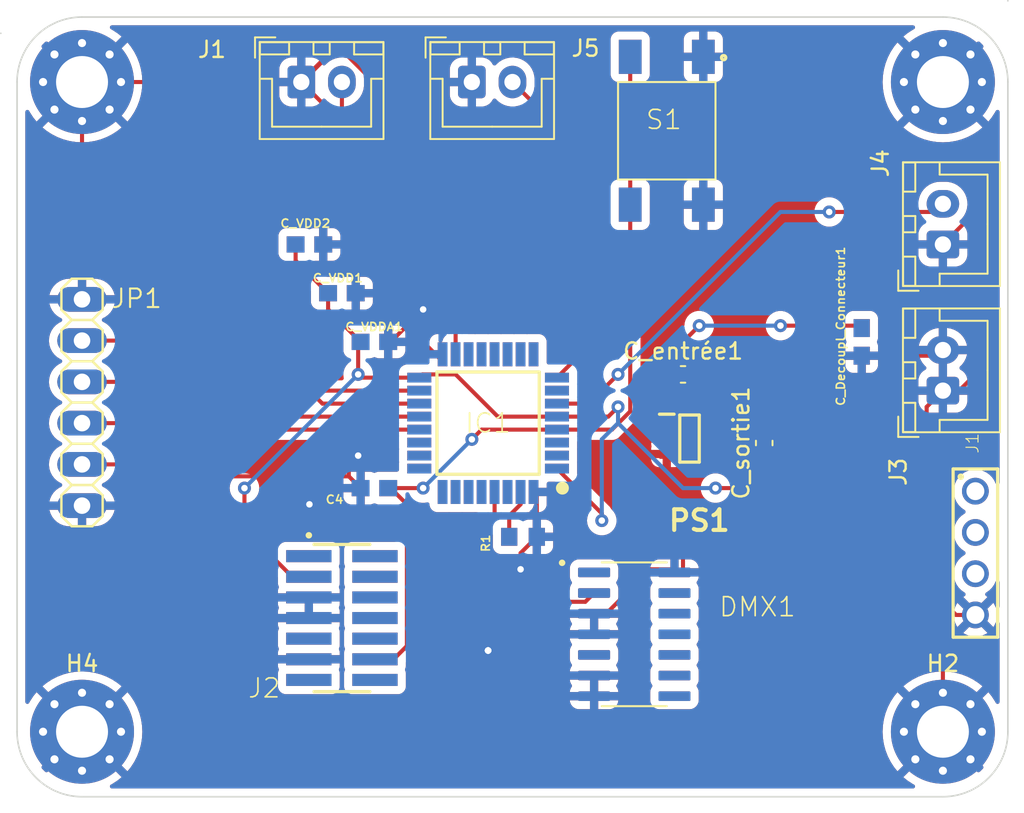
<source format=kicad_pcb>
(kicad_pcb (version 20211014) (generator pcbnew)
  (title_block (title "PCB PRINCIPALE_Projecteur Leds") (date "13/12") (company "ENSEA"))
  (layers (0 "F.Cu" signal) (31 "B.Cu" signal) (34 "B.Paste" user) (35 "F.Paste" user) (36 "B.SilkS" user "B.Silkscreen") (37 "F.SilkS" user "F.Silkscreen") (38 "B.Mask" user) (39 "F.Mask" user) (44 "Edge.Cuts" user))
  (net 0 "")
  (net 1 "GND")
  (net 2 "NRST")
  (net 5 "+3.3V")
  (net 6 "ADC_Température_ventilo")
  (net 15 "Net-(IC1-Pad31)")
  (net 16 "VCP_UART_RX")
  (net 17 "VCP_UART_TX")
  (net 18 "PWM_Leds_W")
  (net 19 "PWM_Leds_B")
  (net 20 "PWM_Leds_G")
  (net 21 "PWM_Leds_R")
  (net 22 "PWM_Ventilateur")
  (net 29 "UART_RS485_DMX")
  (net 34 "5V_RegLin_RSDMX")
  (net 37 "SWDIO")
  (net 38 "SWCLK")
  (net 42 "UART_Driver_moteur")
  (net 43 "Net-(C_Decoupl_Connecteur1-Pad2)")
  (footprint "Capacitor_SMD:C_0603_1608Metric" (layer "F.Cu") (at 187.85 96.225 90)
    (fp_text reference "C_sortie1" (at 0 -1.43 90) (layer "F.SilkS"))
    (fp_text value "1uF")
    (pad "1" smd roundrect (at -0.775 0 90) (size 0.9 0.95) (layers "F.Cu" "F.Paste" "F.Mask") (net 5 "+3.3V"))
    (pad "2" smd roundrect (at 0.775 0 90) (size 0.9 0.95) (layers "F.Cu" "F.Paste" "F.Mask") (net 34 "5V_RegLin_RSDMX"))
  )
  (footprint "stm32l021:C0603" (layer "F.Cu") (at 159.85 84)
    (fp_text reference "C_VDD2" (at -1.85 -1) (layer "F.SilkS") (effects (font (size 0.5 0.55) (thickness 0.1016)) (justify left bottom)))
    (fp_text value "100nF")
    (pad "1" smd rect (at -0.85 0) (size 1.1 1) (layers *.Cu *.Mask) (net 5 "+3.3V"))
    (pad "2" smd rect (at 0.85 0) (size 1.1 1) (layers *.Cu *.Mask) (net 34 "5V_RegLin_RSDMX"))
  )
  (footprint "stm32l021:QFP80P900X900X160-32N" (layer "F.Cu") (at 170.85 95 180)
    (fp_text reference "IC1" (at 0 0) (layer "F.SilkS") (effects (font (size 1.1684 1.1684) (thickness 0.1016))))
    (fp_text value "STM32L412KBT6" hide)
    (pad "1" smd rect (at -4.238 -2.8 180) (size 1.475 0.6) (layers *.Cu *.Mask) (net 5 "+3.3V"))
    (pad "2" smd rect (at -4.238 -2 180) (size 1.475 0.6) (layers *.Cu *.Mask))
    (pad "3" smd rect (at -4.238 -1.2 180) (size 1.475 0.6) (layers *.Cu *.Mask))
    (pad "4" smd rect (at -4.238 -0.4 180) (size 1.475 0.6) (layers *.Cu *.Mask) (net 2 "NRST"))
    (pad "5" smd rect (at -4.238 0.4 180) (size 1.475 0.6) (layers *.Cu *.Mask) (net 5 "+3.3V"))
    (pad "6" smd rect (at -4.238 1.2 180) (size 1.475 0.6) (layers *.Cu *.Mask) (net 22 "PWM_Ventilateur"))
    (pad "7" smd rect (at -4.238 2 180) (size 1.475 0.6) (layers *.Cu *.Mask))
    (pad "8" smd rect (at -4.238 2.8 180) (size 1.475 0.6) (layers *.Cu *.Mask) (net 42 "UART_Driver_moteur"))
    (pad "9" smd rect (at -2.8 4.238 270) (size 1.475 0.6) (layers *.Cu *.Mask))
    (pad "10" smd rect (at -2 4.238 270) (size 1.475 0.6) (layers *.Cu *.Mask))
    (pad "11" smd rect (at -1.2 4.238 270) (size 1.475 0.6) (layers *.Cu *.Mask))
    (pad "12" smd rect (at -0.4 4.238 270) (size 1.475 0.6) (layers *.Cu *.Mask))
    (pad "13" smd rect (at 0.4 4.238 270) (size 1.475 0.6) (layers *.Cu *.Mask))
    (pad "14" smd rect (at 1.2 4.238 270) (size 1.475 0.6) (layers *.Cu *.Mask))
    (pad "15" smd rect (at 2 4.238 270) (size 1.475 0.6) (layers *.Cu *.Mask) (net 6 "ADC_Température_ventilo"))
    (pad "16" smd rect (at 2.8 4.238 270) (size 1.475 0.6) (layers *.Cu *.Mask) (net 34 "5V_RegLin_RSDMX"))
    (pad "17" smd rect (at 4.238 2.8 180) (size 1.475 0.6) (layers *.Cu *.Mask) (net 5 "+3.3V"))
    (pad "18" smd rect (at 4.238 2 180) (size 1.475 0.6) (layers *.Cu *.Mask) (net 18 "PWM_Leds_W"))
    (pad "19" smd rect (at 4.238 1.2 180) (size 1.475 0.6) (layers *.Cu *.Mask) (net 19 "PWM_Leds_B"))
    (pad "20" smd rect (at 4.238 0.4 180) (size 1.475 0.6) (layers *.Cu *.Mask) (net 20 "PWM_Leds_G"))
    (pad "21" smd rect (at 4.238 -0.4 180) (size 1.475 0.6) (layers *.Cu *.Mask) (net 21 "PWM_Leds_R"))
    (pad "22" smd rect (at 4.238 -1.2 180) (size 1.475 0.6) (layers *.Cu *.Mask))
    (pad "23" smd rect (at 4.238 -2 180) (size 1.475 0.6) (layers *.Cu *.Mask))
    (pad "24" smd rect (at 4.238 -2.8 180) (size 1.475 0.6) (layers *.Cu *.Mask))
    (pad "25" smd rect (at 2.8 -4.238 270) (size 1.475 0.6) (layers *.Cu *.Mask))
    (pad "26" smd rect (at 2 -4.238 270) (size 1.475 0.6) (layers *.Cu *.Mask))
    (pad "27" smd rect (at 1.2 -4.238 270) (size 1.475 0.6) (layers *.Cu *.Mask))
    (pad "28" smd rect (at 0.4 -4.238 270) (size 1.475 0.6) (layers *.Cu *.Mask))
    (pad "29" smd rect (at -0.4 -4.238 270) (size 1.475 0.6) (layers *.Cu *.Mask) (net 29 "UART_RS485_DMX"))
    (pad "30" smd rect (at -1.2 -4.238 270) (size 1.475 0.6) (layers *.Cu *.Mask))
    (pad "31" smd rect (at -2 -4.238 270) (size 1.475 0.6) (layers *.Cu *.Mask) (net 15 "Net-(IC1-Pad31)"))
    (pad "32" smd rect (at -2.8 -4.238 270) (size 1.475 0.6) (layers *.Cu *.Mask) (net 34 "5V_RegLin_RSDMX"))
  )
  (footprint "stm32l021:SW_2-1437565-7" (layer "F.Cu") (at 181.85 77 -90)
    (fp_text reference "S1" (at 0 -1 180) (layer "F.SilkS") (effects (font (size 1.169947 1.169947) (thickness 0.101734)) (justify right bottom)))
    (fp_text value "2-1437565-7")
    (pad "1" smd rect (at -4.55 -2.25) (size 1.4 2.1) (layers *.Cu *.Mask) (net 34 "5V_RegLin_RSDMX"))
    (pad "2" smd rect (at 4.55 -2.25) (size 1.4 2.1) (layers *.Cu *.Mask) (net 34 "5V_RegLin_RSDMX"))
    (pad "3" smd rect (at -4.55 2.25) (size 1.4 2.1) (layers *.Cu *.Mask) (net 2 "NRST"))
    (pad "4" smd rect (at 4.55 2.25) (size 1.4 2.1) (layers *.Cu *.Mask) (net 2 "NRST"))
  )
  (footprint "MountingHole:MountingHole_3.2mm_M3_Pad_Via" (layer "F.Cu") (at 198.85 114)
    (fp_text reference "H2" (at 0 -4.2) (layer "F.SilkS"))
    (fp_text value "MountingHole_Pad" hide)
    (pad "1" thru_hole circle (at 0 -2.4) (size 0.8 0.8) (drill 0.5) (layers *.Cu *.Mask) (net 34 "5V_RegLin_RSDMX"))
    (pad "1" thru_hole circle (at 0 2.4) (size 0.8 0.8) (drill 0.5) (layers *.Cu *.Mask) (net 34 "5V_RegLin_RSDMX"))
    (pad "1" thru_hole circle (at -1.697056 -1.697056) (size 0.8 0.8) (drill 0.5) (layers *.Cu *.Mask) (net 34 "5V_RegLin_RSDMX"))
    (pad "1" thru_hole circle (at 1.697056 1.697056) (size 0.8 0.8) (drill 0.5) (layers *.Cu *.Mask) (net 34 "5V_RegLin_RSDMX"))
    (pad "1" thru_hole circle (at -1.697056 1.697056) (size 0.8 0.8) (drill 0.5) (layers *.Cu *.Mask) (net 34 "5V_RegLin_RSDMX"))
    (pad "1" thru_hole circle (at -2.4 0) (size 0.8 0.8) (drill 0.5) (layers *.Cu *.Mask) (net 34 "5V_RegLin_RSDMX"))
    (pad "1" thru_hole circle (at 1.697056 -1.697056) (size 0.8 0.8) (drill 0.5) (layers *.Cu *.Mask) (net 34 "5V_RegLin_RSDMX"))
    (pad "1" thru_hole circle (at 2.4 0) (size 0.8 0.8) (drill 0.5) (layers *.Cu *.Mask) (net 34 "5V_RegLin_RSDMX"))
    (pad "1" thru_hole circle (at 0 0) (size 6.4 6.4) (drill 3.2) (layers *.Cu *.Mask) (net 34 "5V_RegLin_RSDMX"))
  )
  (footprint "stm32l021:SAMTEC_FTSH-107-01-L-DV" (layer "F.Cu") (at 161.85 107 -90)
    (fp_text reference "J2" (at 5 5.85) (layer "F.SilkS") (effects (font (size 1.1684 1.1684) (thickness 0.1016)) (justify left bottom)))
    (fp_text value "FTSH-107-01-L-DV")
    (pad "01" smd rect (at -3.81 2.035 270) (size 0.74 2.79) (layers *.Cu *.Mask))
    (pad "02" smd rect (at -3.81 -2.035 270) (size 0.74 2.79) (layers *.Cu *.Mask))
    (pad "03" smd rect (at -2.54 2.035 270) (size 0.74 2.79) (layers *.Cu *.Mask) (net 5 "+3.3V"))
    (pad "04" smd rect (at -2.54 -2.035 270) (size 0.74 2.79) (layers *.Cu *.Mask) (net 37 "SWDIO"))
    (pad "05" smd rect (at -1.27 2.035 270) (size 0.74 2.79) (layers *.Cu *.Mask) (net 34 "5V_RegLin_RSDMX"))
    (pad "06" smd rect (at -1.27 -2.035 270) (size 0.74 2.79) (layers *.Cu *.Mask) (net 38 "SWCLK"))
    (pad "07" smd rect (at 0 2.035 270) (size 0.74 2.79) (layers *.Cu *.Mask) (net 34 "5V_RegLin_RSDMX"))
    (pad "08" smd rect (at 0 -2.035 270) (size 0.74 2.79) (layers *.Cu *.Mask))
    (pad "09" smd rect (at 1.27 2.035 270) (size 0.74 2.79) (layers *.Cu *.Mask))
    (pad "10" smd rect (at 1.27 -2.035 270) (size 0.74 2.79) (layers *.Cu *.Mask))
    (pad "11" smd rect (at 2.54 2.035 270) (size 0.74 2.79) (layers *.Cu *.Mask) (net 34 "5V_RegLin_RSDMX"))
    (pad "12" smd rect (at 2.54 -2.035 270) (size 0.74 2.79) (layers *.Cu *.Mask) (net 2 "NRST"))
    (pad "13" smd rect (at 3.81 2.035 270) (size 0.74 2.79) (layers *.Cu *.Mask) (net 16 "VCP_UART_RX"))
    (pad "14" smd rect (at 3.81 -2.035 270) (size 0.74 2.79) (layers *.Cu *.Mask) (net 17 "VCP_UART_TX"))
  )
  (footprint "Capacitor_SMD:C_0603_1608Metric" (layer "F.Cu") (at 182.85 92)
    (fp_text reference "C_entrée1" (at 0 -1.43) (layer "F.SilkS"))
    (fp_text value "1uF")
    (pad "1" smd roundrect (at -0.775 0) (size 0.9 0.95) (layers "F.Cu" "F.Paste" "F.Mask") (net 43 "Net-(C_Decoupl_Connecteur1-Pad2)"))
    (pad "2" smd roundrect (at 0.775 0) (size 0.9 0.95) (layers "F.Cu" "F.Paste" "F.Mask") (net 34 "5V_RegLin_RSDMX"))
  )
  (footprint "MountingHole:MountingHole_3.2mm_M3_Pad_Via" (layer "F.Cu") (at 145.85 114)
    (fp_text reference "H4" (at 0 -4.2) (layer "F.SilkS"))
    (fp_text value "MountingHole_Pad" hide)
    (pad "1" thru_hole circle (at -2.4 0) (size 0.8 0.8) (drill 0.5) (layers *.Cu *.Mask) (net 34 "5V_RegLin_RSDMX"))
    (pad "1" thru_hole circle (at 0 -2.4) (size 0.8 0.8) (drill 0.5) (layers *.Cu *.Mask) (net 34 "5V_RegLin_RSDMX"))
    (pad "1" thru_hole circle (at 1.697056 1.697056) (size 0.8 0.8) (drill 0.5) (layers *.Cu *.Mask) (net 34 "5V_RegLin_RSDMX"))
    (pad "1" thru_hole circle (at 2.4 0) (size 0.8 0.8) (drill 0.5) (layers *.Cu *.Mask) (net 34 "5V_RegLin_RSDMX"))
    (pad "1" thru_hole circle (at 0 2.4) (size 0.8 0.8) (drill 0.5) (layers *.Cu *.Mask) (net 34 "5V_RegLin_RSDMX"))
    (pad "1" thru_hole circle (at 0 0) (size 6.4 6.4) (drill 3.2) (layers *.Cu *.Mask) (net 34 "5V_RegLin_RSDMX"))
    (pad "1" thru_hole circle (at -1.697056 -1.697056) (size 0.8 0.8) (drill 0.5) (layers *.Cu *.Mask) (net 34 "5V_RegLin_RSDMX"))
    (pad "1" thru_hole circle (at -1.697056 1.697056) (size 0.8 0.8) (drill 0.5) (layers *.Cu *.Mask) (net 34 "5V_RegLin_RSDMX"))
    (pad "1" thru_hole circle (at 1.697056 -1.697056) (size 0.8 0.8) (drill 0.5) (layers *.Cu *.Mask) (net 34 "5V_RegLin_RSDMX"))
  )
  (footprint "stm32l021:1X06" (layer "F.Cu") (at 145.85 93.73 -90)
    (fp_text reference "JP1" (at -5.73 -5 180) (layer "F.SilkS") (effects (font (size 1.143 1.143) (thickness 0.127)) (justify right bottom)))
    (fp_text value "PINHD-1X6")
    (pad "1" thru_hole oval (at -6.35 0) (size 3.048 1.524) (drill 1.016) (layers *.Cu *.Mask) (net 34 "5V_RegLin_RSDMX"))
    (pad "2" thru_hole oval (at -3.81 0) (size 3.048 1.524) (drill 1.016) (layers *.Cu *.Mask) (net 18 "PWM_Leds_W"))
    (pad "3" thru_hole oval (at -1.27 0) (size 3.048 1.524) (drill 1.016) (layers *.Cu *.Mask) (net 19 "PWM_Leds_B"))
    (pad "4" thru_hole oval (at 1.27 0) (size 3.048 1.524) (drill 1.016) (layers *.Cu *.Mask) (net 20 "PWM_Leds_G"))
    (pad "5" thru_hole oval (at 3.81 0) (size 3.048 1.524) (drill 1.016) (layers *.Cu *.Mask) (net 21 "PWM_Leds_R"))
    (pad "6" thru_hole oval (at 6.35 0) (size 3.048 1.524) (drill 1.016) (layers *.Cu *.Mask) (net 34 "5V_RegLin_RSDMX"))
  )
  (footprint "Connector_JST:JST_XH_B2B-XH-A_1x02_P2.50mm_Vertical" (layer "F.Cu") (at 198.85 93 90)
    (fp_text reference "J3" (at -5 -2.75 90) (layer "F.SilkS"))
    (fp_text value "Conn_01x02")
    (pad "1" thru_hole roundrect (at 0 0 90) (size 1.7 2) (drill 1) (layers *.Cu *.Mask) (roundrect_rratio 0.147059) (net 34 "5V_RegLin_RSDMX"))
    (pad "2" thru_hole oval (at 2.5 0 90) (size 1.7 2) (drill 1) (layers *.Cu *.Mask) (net 34 "5V_RegLin_RSDMX"))
  )
  (footprint "Connector_JST:JST_XH_B2B-XH-A_1x02_P2.50mm_Vertical" (layer "F.Cu") (at 159.35 74)
    (fp_text reference "J1" (at -5.5 -2) (layer "F.SilkS"))
    (fp_text value "Conn_01x02")
    (pad "1" thru_hole roundrect (at 0 0) (size 1.7 2) (drill 1) (layers *.Cu *.Mask) (roundrect_rratio 0.147059) (net 34 "5V_RegLin_RSDMX"))
    (pad "2" thru_hole oval (at 2.5 0) (size 1.7 2) (drill 1) (layers *.Cu *.Mask) (net 6 "ADC_Température_ventilo"))
  )
  (footprint "stm32l021:R0603" (layer "F.Cu") (at 173 102)
    (fp_text reference "R1" (at -2 1 90) (layer "F.SilkS") (effects (font (size 0.5 0.55) (thickness 0.1016)) (justify left bottom)))
    (fp_text value "100k")
    (pad "1" smd rect (at -0.85 0) (size 1 1.1) (layers *.Cu *.Mask) (net 15 "Net-(IC1-Pad31)"))
    (pad "2" smd rect (at 0.85 0) (size 1 1.1) (layers *.Cu *.Mask) (net 34 "5V_RegLin_RSDMX"))
  )
  (footprint "stm32l021:61300411121" (layer "F.Cu") (at 200.85 103 -90)
    (fp_text reference "J1" (at -6.0776 -0.2561 -270) (layer "F.SilkS") (effects (font (size 0.747776 0.747776) (thickness 0.065024)) (justify left bottom)))
    (fp_text value " 61300411121 ")
    (pad "1" thru_hole circle (at -3.81 0 270) (size 1.65 1.65) (drill 1.1) (layers *.Cu *.Mask) (net 1 "GND"))
    (pad "2" thru_hole circle (at -1.27 0 270) (size 1.65 1.65) (drill 1.1) (layers *.Cu *.Mask))
    (pad "3" thru_hole circle (at 1.27 0 270) (size 1.65 1.65) (drill 1.1) (layers *.Cu *.Mask))
    (pad "4" thru_hole circle (at 3.81 0 270) (size 1.65 1.65) (drill 1.1) (layers *.Cu *.Mask) (net 34 "5V_RegLin_RSDMX"))
  )
  (footprint "stm32l021:SOIC127P600X175-14N" (layer "F.Cu") (at 179.85 108)
    (fp_text reference "DMX1" (at 5.15 -1) (layer "F.SilkS") (effects (font (size 1.1684 1.1684) (thickness 0.1016)) (justify left bottom)))
    (fp_text value "SOIC127P600X175-14N")
    (pad "1" smd roundrect (at -2.475 -3.81) (size 1.97 0.59) (layers *.Cu *.Mask) (roundrect_rratio 0.125))
    (pad "2" smd roundrect (at -2.475 -2.54) (size 1.97 0.59) (layers *.Cu *.Mask) (roundrect_rratio 0.125) (net 29 "UART_RS485_DMX"))
    (pad "3" smd roundrect (at -2.475 -1.27) (size 1.97 0.59) (layers *.Cu *.Mask) (roundrect_rratio 0.125) (net 34 "5V_RegLin_RSDMX"))
    (pad "4" smd roundrect (at -2.475 0) (size 1.97 0.59) (layers *.Cu *.Mask) (roundrect_rratio 0.125) (net 34 "5V_RegLin_RSDMX"))
    (pad "5" smd roundrect (at -2.475 1.27) (size 1.97 0.59) (layers *.Cu *.Mask) (roundrect_rratio 0.125))
    (pad "6" smd roundrect (at -2.475 2.54) (size 1.97 0.59) (layers *.Cu *.Mask) (roundrect_rratio 0.125) (net 34 "5V_RegLin_RSDMX"))
    (pad "7" smd roundrect (at -2.475 3.81) (size 1.97 0.59) (layers *.Cu *.Mask) (roundrect_rratio 0.125) (net 34 "5V_RegLin_RSDMX"))
    (pad "8" smd roundrect (at 2.475 3.81) (size 1.97 0.59) (layers *.Cu *.Mask) (roundrect_rratio 0.125))
    (pad "9" smd roundrect (at 2.475 2.54) (size 1.97 0.59) (layers *.Cu *.Mask) (roundrect_rratio 0.125))
    (pad "10" smd roundrect (at 2.475 1.27) (size 1.97 0.59) (layers *.Cu *.Mask) (roundrect_rratio 0.125))
    (pad "11" smd roundrect (at 2.475 0) (size 1.97 0.59) (layers *.Cu *.Mask) (roundrect_rratio 0.125))
    (pad "12" smd roundrect (at 2.475 -1.27) (size 1.97 0.59) (layers *.Cu *.Mask) (roundrect_rratio 0.125))
    (pad "13" smd roundrect (at 2.475 -2.54) (size 1.97 0.59) (layers *.Cu *.Mask) (roundrect_rratio 0.125))
    (pad "14" smd roundrect (at 2.475 -3.81) (size 1.97 0.59) (layers *.Cu *.Mask) (roundrect_rratio 0.125) (net 34 "5V_RegLin_RSDMX"))
  )
  (footprint "stm32l021:C0603" (layer "F.Cu") (at 193.85 90 90)
    (fp_text reference "C_Decoupl_Connecteur1" (at -4 -1 90) (layer "F.SilkS") (effects (font (size 0.5 0.55) (thickness 0.1016)) (justify left bottom)))
    (fp_text value "100uF")
    (pad "1" smd rect (at -0.85 0 90) (size 1.1 1) (layers *.Cu *.Mask) (net 34 "5V_RegLin_RSDMX"))
    (pad "2" smd rect (at 0.85 0 90) (size 1.1 1) (layers *.Cu *.Mask) (net 43 "Net-(C_Decoupl_Connecteur1-Pad2)"))
  )
  (footprint "MountingHole:MountingHole_3.2mm_M3_Pad_Via" (layer "F.Cu") (at 198.85 74)
    (fp_text reference "H1" (at 0 0) (layer "F.SilkS"))
    (fp_text value "MountingHole_Pad" hide)
    (pad "1" thru_hole circle (at 2.4 0) (size 0.8 0.8) (drill 0.5) (layers *.Cu *.Mask) (net 34 "5V_RegLin_RSDMX"))
    (pad "1" thru_hole circle (at 0 -2.4) (size 0.8 0.8) (drill 0.5) (layers *.Cu *.Mask) (net 34 "5V_RegLin_RSDMX"))
    (pad "1" thru_hole circle (at -1.697056 1.697056) (size 0.8 0.8) (drill 0.5) (layers *.Cu *.Mask) (net 34 "5V_RegLin_RSDMX"))
    (pad "1" thru_hole circle (at 1.697056 -1.697056) (size 0.8 0.8) (drill 0.5) (layers *.Cu *.Mask) (net 34 "5V_RegLin_RSDMX"))
    (pad "1" thru_hole circle (at 0 2.4) (size 0.8 0.8) (drill 0.5) (layers *.Cu *.Mask) (net 34 "5V_RegLin_RSDMX"))
    (pad "1" thru_hole circle (at -2.4 0) (size 0.8 0.8) (drill 0.5) (layers *.Cu *.Mask) (net 34 "5V_RegLin_RSDMX"))
    (pad "1" thru_hole circle (at -1.697056 -1.697056) (size 0.8 0.8) (drill 0.5) (layers *.Cu *.Mask) (net 34 "5V_RegLin_RSDMX"))
    (pad "1" thru_hole circle (at 0 0) (size 6.4 6.4) (drill 3.2) (layers *.Cu *.Mask) (net 34 "5V_RegLin_RSDMX"))
    (pad "1" thru_hole circle (at 1.697056 1.697056) (size 0.8 0.8) (drill 0.5) (layers *.Cu *.Mask) (net 34 "5V_RegLin_RSDMX"))
  )
  (footprint "stm32l021:C0603" (layer "F.Cu") (at 163.85 90)
    (fp_text reference "C_VDDA1" (at -1.85 -0.635) (layer "F.SilkS") (effects (font (size 0.5 0.55) (thickness 0.1016)) (justify left bottom)))
    (fp_text value "100nF")
    (pad "1" smd rect (at -0.85 0) (size 1.1 1) (layers *.Cu *.Mask) (net 5 "+3.3V"))
    (pad "2" smd rect (at 0.85 0) (size 1.1 1) (layers *.Cu *.Mask) (net 34 "5V_RegLin_RSDMX"))
  )
  (footprint "Connector_JST:JST_XH_B2B-XH-A_1x02_P2.50mm_Vertical" (layer "F.Cu") (at 169.85 74)
    (fp_text reference "J5" (at 7 -2.075) (layer "F.SilkS"))
    (fp_text value "Conn_01x02")
    (pad "1" thru_hole roundrect (at 0 0) (size 1.7 2) (drill 1) (layers *.Cu *.Mask) (roundrect_rratio 0.147059) (net 34 "5V_RegLin_RSDMX"))
    (pad "2" thru_hole oval (at 2.5 0) (size 1.7 2) (drill 1) (layers *.Cu *.Mask) (net 42 "UART_Driver_moteur"))
  )
  (footprint "stm32l021:C0603" (layer "F.Cu") (at 163.85 99 180)
    (fp_text reference "C4" (at 1.85 -1) (layer "F.SilkS") (effects (font (size 0.5 0.55) (thickness 0.1016)) (justify right bottom)))
    (fp_text value "0.1uF")
    (pad "1" smd rect (at -0.85 0 180) (size 1.1 1) (layers *.Cu *.Mask) (net 2 "NRST"))
    (pad "2" smd rect (at 0.85 0 180) (size 1.1 1) (layers *.Cu *.Mask) (net 34 "5V_RegLin_RSDMX"))
  )
  (footprint "Connector_JST:JST_XH_B2B-XH-A_1x02_P2.50mm_Vertical" (layer "F.Cu") (at 198.85 84 90)
    (fp_text reference "J4" (at 5 -3.85 90) (layer "F.SilkS"))
    (fp_text value "Conn_01x02")
    (pad "1" thru_hole roundrect (at 0 0 90) (size 1.7 2) (drill 1) (layers *.Cu *.Mask) (roundrect_rratio 0.147059) (net 34 "5V_RegLin_RSDMX"))
    (pad "2" thru_hole oval (at 2.5 0 90) (size 1.7 2) (drill 1) (layers *.Cu *.Mask) (net 22 "PWM_Ventilateur"))
  )
  (footprint "MountingHole:MountingHole_3.2mm_M3_Pad_Via" (layer "F.Cu") (at 145.85 74)
    (fp_text reference "H3" (at 0 0) (layer "F.SilkS"))
    (fp_text value "MountingHole_Pad" hide)
    (pad "1" thru_hole circle (at 1.697056 -1.697056) (size 0.8 0.8) (drill 0.5) (layers *.Cu *.Mask) (net 34 "5V_RegLin_RSDMX"))
    (pad "1" thru_hole circle (at 1.697056 1.697056) (size 0.8 0.8) (drill 0.5) (layers *.Cu *.Mask) (net 34 "5V_RegLin_RSDMX"))
    (pad "1" thru_hole circle (at 0 -2.4) (size 0.8 0.8) (drill 0.5) (layers *.Cu *.Mask) (net 34 "5V_RegLin_RSDMX"))
    (pad "1" thru_hole circle (at 0 2.4) (size 0.8 0.8) (drill 0.5) (layers *.Cu *.Mask) (net 34 "5V_RegLin_RSDMX"))
    (pad "1" thru_hole circle (at 0 0) (size 6.4 6.4) (drill 3.2) (layers *.Cu *.Mask) (net 34 "5V_RegLin_RSDMX"))
    (pad "1" thru_hole circle (at -1.697056 1.697056) (size 0.8 0.8) (drill 0.5) (layers *.Cu *.Mask) (net 34 "5V_RegLin_RSDMX"))
    (pad "1" thru_hole circle (at -1.697056 -1.697056) (size 0.8 0.8) (drill 0.5) (layers *.Cu *.Mask) (net 34 "5V_RegLin_RSDMX"))
    (pad "1" thru_hole circle (at -2.4 0) (size 0.8 0.8) (drill 0.5) (layers *.Cu *.Mask) (net 34 "5V_RegLin_RSDMX"))
    (pad "1" thru_hole circle (at 2.4 0) (size 0.8 0.8) (drill 0.5) (layers *.Cu *.Mask) (net 34 "5V_RegLin_RSDMX"))
  )
  (footprint "stm32l021:C0603" (layer "F.Cu") (at 161.85 87)
    (fp_text reference "C_VDD1" (at -1.85 -0.635) (layer "F.SilkS") (effects (font (size 0.5 0.55) (thickness 0.1016)) (justify left bottom)))
    (fp_text value "100nF")
    (pad "1" smd rect (at -0.85 0) (size 1.1 1) (layers *.Cu *.Mask) (net 5 "+3.3V"))
    (pad "2" smd rect (at 0.85 0) (size 1.1 1) (layers *.Cu *.Mask) (net 34 "5V_RegLin_RSDMX"))
  )
  (footprint "Reg_Lin:SOT95P280X125-5N" (layer "F.Cu") (at 183.25 95.95)
    (fp_text reference "PS1" (at 0.6 5.05) (layer "F.SilkS") (effects (font (size 1.27 1.27) (thickness 0.254))))
    (fp_text value "BU33SD5WG-TR" hide)
    (pad "1" smd rect locked (at -1.4 -0.95 90) (size 0.6 0.9) (layers "F.Cu" "F.Paste" "F.Mask") (net 43 "Net-(C_Decoupl_Connecteur1-Pad2)"))
    (pad "2" smd rect locked (at -1.4 0 90) (size 0.6 0.9) (layers "F.Cu" "F.Paste" "F.Mask") (net 34 "5V_RegLin_RSDMX"))
    (pad "3" smd rect locked (at -1.4 0.95 90) (size 0.6 0.9) (layers "F.Cu" "F.Paste" "F.Mask") (net 34 "5V_RegLin_RSDMX"))
    (pad "4" smd rect locked (at 1.4 0.95 90) (size 0.6 0.9) (layers "F.Cu" "F.Paste" "F.Mask"))
    (pad "5" smd rect locked (at 1.4 -0.95 90) (size 0.6 0.9) (layers "F.Cu" "F.Paste" "F.Mask") (net 5 "+3.3V"))
  )
  (gr_line (start 145.85 118) (end 198.85 118) (layer "Edge.Cuts") (width 0.1))
  (gr_arc (start 145.85 118) (mid 143.021573 116.828427) (end 141.85 114) (layer "Edge.Cuts") (width 0.1))
  (gr_line (start 140.85 71) (end 140.85 71) (layer "Edge.Cuts") (width 0.1))
  (gr_arc (start 202.85 114) (mid 201.678427 116.828427) (end 198.85 118) (layer "Edge.Cuts") (width 0.1))
  (gr_line (start 198.85 70) (end 145.85 70) (layer "Edge.Cuts") (width 0.1))
  (gr_line (start 141.85 74) (end 141.85 114) (layer "Edge.Cuts") (width 0.1))
  (gr_arc (start 141.85 74) (mid 143.021573 71.171573) (end 145.85 70) (layer "Edge.Cuts") (width 0.1))
  (gr_line (start 202.85 69) (end 202.85 69) (layer "Edge.Cuts") (width 0.1))
  (gr_line (start 202.85 74) (end 202.85 114) (layer "Edge.Cuts") (width 0.1))
  (gr_arc (start 198.85 70) (mid 201.678427 71.171573) (end 202.85 74) (layer "Edge.Cuts") (width 0.1))
  (gr_text "PCB WAFFLE #1" (at 172 116) (layer "F.Cu") (effects (font (size 1.5 1.5) (thickness 0.3))))
  (segment (start 165.85 100) (end 164.85 99) (width 0.25) (layer "F.Cu") (net 2))
  (segment (start 175.088 95.4) (end 178.475305 95.4) (width 0.25) (layer "F.Cu") (net 2))
  (segment (start 163.885 109.54) (end 165.03 109.54) (width 0.25) (layer "F.Cu") (net 2))
  (segment (start 179.6 72.45) (end 179.6 81.55) (width 0.25) (layer "F.Cu") (net 2))
  (segment (start 164.85 99) (end 164.7 99) (width 0.25) (layer "F.Cu") (net 2))
  (segment (start 178.475305 95.4) (end 179.6 94.275305) (width 0.25) (layer "F.Cu") (net 2))
  (segment (start 170.45 95.4) (end 169.85 96) (width 0.25) (layer "F.Cu") (net 2))
  (segment (start 179.6 94.275305) (end 179.6 81.55) (width 0.25) (layer "F.Cu") (net 2))
  (segment (start 175.088 95.4) (end 170.45 95.4) (width 0.25) (layer "F.Cu") (net 2))
  (segment (start 165.85 108.72) (end 165.85 100) (width 0.25) (layer "F.Cu") (net 2))
  (segment (start 165.03 109.54) (end 165.85 108.72) (width 0.25) (layer "F.Cu") (net 2))
  (segment (start 166.85 99) (end 164.7 99) (width 0.25) (layer "F.Cu") (net 2))
  (via (at 166.85 99) (size 0.8) (drill 0.4) (layers "F.Cu" "B.Cu") (net 2))
  (via (at 169.85 96) (size 0.8) (drill 0.4) (layers "F.Cu" "B.Cu") (net 2))
  (segment (start 169.85 96) (end 166.85 99) (width 0.25) (layer "B.Cu") (net 2))
  (segment (start 185.85 95) (end 187.85 97) (width 0.25) (layer "F.Cu") (net 5))
  (segment (start 168.85 92) (end 166.812 92) (width 0.25) (layer "F.Cu") (net 5))
  (segment (start 155.85 101.52) (end 155.85 99) (width 0.25) (layer "F.Cu") (net 5))
  (segment (start 162.85 92) (end 162.85 90.15) (width 0.25) (layer "F.Cu") (net 5))
  (segment (start 161 88) (end 163 90) (width 0.25) (layer "F.Cu") (net 5))
  (segment (start 184.65 95) (end 185.85 95) (width 0.25) (layer "F.Cu") (net 5))
  (segment (start 184.85 99) (end 185.85 99) (width 0.25) (layer "F.Cu") (net 5))
  (segment (start 177.85 101) (end 177.85 100.562) (width 0.25) (layer "F.Cu") (net 5))
  (segment (start 161 87) (end 161 88) (width 0.25) (layer "F.Cu") (net 5))
  (segment (start 159.815 104.46) (end 158.79 104.46) (width 0.25) (layer "F.Cu") (net 5))
  (segment (start 185.85 99) (end 187.85 97) (width 0.25) (layer "F.Cu") (net 5))
  (segment (start 162.85 90.15) (end 163 90) (width 0.25) (layer "F.Cu") (net 5))
  (segment (start 158.79 104.46) (end 155.85 101.52) (width 0.25) (layer "F.Cu") (net 5))
  (segment (start 175.088 94.6) (end 171.45 94.6) (width 0.25) (layer "F.Cu") (net 5))
  (segment (start 163.05 92.2) (end 166.612 92.2) (width 0.25) (layer "F.Cu") (net 5))
  (segment (start 162.85 92) (end 163.05 92.2) (width 0.25) (layer "F.Cu") (net 5))
  (segment (start 171.45 94.6) (end 168.85 92) (width 0.25) (layer "F.Cu") (net 5))
  (segment (start 159 84) (end 159 85) (width 0.25) (layer "F.Cu") (net 5))
  (segment (start 178.25 94.6) (end 178.85 94) (width 0.25) (layer "F.Cu") (net 5))
  (segment (start 166.812 92) (end 166.612 92.2) (width 0.25) (layer "F.Cu") (net 5))
  (segment (start 177.85 100.562) (end 175.088 97.8) (width 0.25) (layer "F.Cu") (net 5))
  (segment (start 159 85) (end 161 87) (width 0.25) (layer "F.Cu") (net 5))
  (segment (start 175.088 94.6) (end 178.25 94.6) (width 0.25) (layer "F.Cu") (net 5))
  (via (at 184.85 99) (size 0.8) (drill 0.4) (layers "F.Cu" "B.Cu") (net 5))
  (via (at 155.85 99) (size 0.8) (drill 0.4) (layers "F.Cu" "B.Cu") (net 5))
  (via (at 162.85 92) (size 0.8) (drill 0.4) (layers "F.Cu" "B.Cu") (net 5))
  (via (at 178.85 94) (size 0.8) (drill 0.4) (layers "F.Cu" "B.Cu") (net 5))
  (via (at 177.85 101) (size 0.8) (drill 0.4) (layers "F.Cu" "B.Cu") (net 5))
  (segment (start 178.85 94) (end 178.85 95) (width 0.25) (layer "B.Cu") (net 5))
  (segment (start 177.85 96) (end 177.85 101) (width 0.25) (layer "B.Cu") (net 5))
  (segment (start 178.85 95) (end 177.85 96) (width 0.25) (layer "B.Cu") (net 5))
  (segment (start 178.85 95) (end 182.85 99) (width 0.25) (layer "B.Cu") (net 5))
  (segment (start 155.85 99) (end 162.85 92) (width 0.25) (layer "B.Cu") (net 5))
  (segment (start 182.85 99) (end 184.85 99) (width 0.25) (layer "B.Cu") (net 5))
  (segment (start 168.85 90.762) (end 168.85 88) (width 0.25) (layer "F.Cu") (net 6))
  (segment (start 161.85 74) (end 161.85 81) (width 0.25) (layer "F.Cu") (net 6))
  (segment (start 168.85 88) (end 161.85 81) (width 0.25) (layer "F.Cu") (net 6))
  (segment (start 172.15 102) (end 172.15 100.7) (width 0.25) (layer "F.Cu") (net 15))
  (segment (start 172.85 100) (end 172.85 99.238) (width 0.25) (layer "F.Cu") (net 15))
  (segment (start 172.15 100.7) (end 172.85 100) (width 0.25) (layer "F.Cu") (net 15))
  (segment (start 157.77 89.92) (end 145.85 89.92) (width 0.25) (layer "F.Cu") (net 18))
  (segment (start 166.612 93) (end 160.85 93) (width 0.25) (layer "F.Cu") (net 18))
  (segment (start 160.85 93) (end 157.77 89.92) (width 0.25) (layer "F.Cu") (net 18))
  (segment (start 149.39 92.46) (end 145.85 92.46) (width 0.25) (layer "F.Cu") (net 19))
  (segment (start 166.612 93.8) (end 160.65 93.8) (width 0.25) (layer "F.Cu") (net 19))
  (segment (start 160.65 93.8) (end 158.85 92) (width 0.25) (layer "F.Cu") (net 19))
  (segment (start 158.85 92) (end 149.85 92) (width 0.25) (layer "F.Cu") (net 19))
  (segment (start 149.85 92) (end 149.39 92.46) (width 0.25) (layer "F.Cu") (net 19))
  (segment (start 166.612 94.6) (end 151.25 94.6) (width 0.25) (layer "F.Cu") (net 20))
  (segment (start 151.25 94.6) (end 150.85 95) (width 0.25) (layer "F.Cu") (net 20))
  (segment (start 150.85 95) (end 145.85 95) (width 0.25) (layer "F.Cu") (net 20))
  (segment (start 152.39 97.54) (end 145.85 97.54) (width 0.25) (layer "F.Cu") (net 21))
  (segment (start 154.53 95.4) (end 152.39 97.54) (width 0.25) (layer "F.Cu") (net 21))
  (segment (start 166.612 95.4) (end 154.53 95.4) (width 0.25) (layer "F.Cu") (net 21))
  (segment (start 198.35 82) (end 198.85 81.5) (width 0.25) (layer "F.Cu") (net 22))
  (segment (start 175.088 93.8) (end 177.05 93.8) (width 0.25) (layer "F.Cu") (net 22))
  (segment (start 177.05 93.8) (end 178.85 92) (width 0.25) (layer "F.Cu") (net 22))
  (segment (start 191.85 82) (end 198.35 82) (width 0.25) (layer "F.Cu") (net 22))
  (via (at 191.85 82) (size 0.8) (drill 0.4) (layers "F.Cu" "B.Cu") (net 22))
  (via (at 178.85 92) (size 0.8) (drill 0.4) (layers "F.Cu" "B.Cu") (net 22))
  (segment (start 178.85 92) (end 188.85 82) (width 0.25) (layer "B.Cu") (net 22))
  (segment (start 188.85 82) (end 191.85 82) (width 0.25) (layer "B.Cu") (net 22))
  (segment (start 176.835 106) (end 177.375 105.46) (width 0.25) (layer "F.Cu") (net 29))
  (segment (start 170.85 106) (end 176.835 106) (width 0.25) (layer "F.Cu") (net 29))
  (segment (start 171.25 99.238) (end 171.25 100.6) (width 0.25) (layer "F.Cu") (net 29))
  (segment (start 169.85 105) (end 170.85 106) (width 0.25) (layer "F.Cu") (net 29))
  (segment (start 171.25 100.6) (end 169.85 102) (width 0.25) (layer "F.Cu") (net 29))
  (segment (start 169.85 102) (end 169.85 105) (width 0.25) (layer "F.Cu") (net 29))
  (segment (start 183.625 92) (end 183.625 94.625) (width 0.25) (layer "F.Cu") (net 34))
  (segment (start 163.85 74) (end 161.85 72) (width 0.3) (layer "F.Cu") (net 34))
  (segment (start 152.77 100.08) (end 145.85 100.08) (width 0.25) (layer "F.Cu") (net 34))
  (segment (start 182.85 103) (end 182.85 104) (width 0.25) (layer "F.Cu") (net 34))
  (segment (start 163 99) (end 160.85 99) (width 0.25) (layer "F.Cu") (net 34))
  (segment (start 154.58 105.73) (end 159.815 105.73) (width 0.25) (layer "F.Cu") (net 34))
  (segment (start 202.05 77.2) (end 202.05 80.8) (width 0.25) (layer "F.Cu") (net 34))
  (segment (start 183.625 92) (end 186.85 88.775) (width 0.25) (layer "F.Cu") (net 34))
  (segment (start 186.85 88.775) (end 186.85 83) (width 0.25) (layer "F.Cu") (net 34))
  (segment (start 162.275 98.275) (end 162.275 97.575) (width 0.25) (layer "F.Cu") (net 34))
  (segment (start 161.85 84) (end 162.85 85) (width 0.25) (layer "F.Cu") (net 34))
  (segment (start 199.66 106.81) (end 197.85 105) (width 0.25) (layer "F.Cu") (net 34))
  (segment (start 160.7 75.35) (end 160.7 84) (width 0.25) (layer "F.Cu") (net 34))
  (segment (start 192.45 90.85) (end 193.85 90.85) (width 0.25) (layer "F.Cu") (net 34))
  (segment (start 177.375 106.73) (end 178.12 106.73) (width 0.25) (layer "F.Cu") (net 34))
  (segment (start 184.1 72.45) (end 184.1 81.55) (width 0.25) (layer "F.Cu") (net 34))
  (segment (start 193.85 90.85) (end 198.5 90.85) (width 0.25) (layer "F.Cu") (net 34))
  (segment (start 200.85 91) (end 200.85 92) (width 0.25) (layer "F.Cu") (net 34))
  (segment (start 198.5 90.85) (end 198.85 90.5) (width 0.25) (layer "F.Cu") (net 34))
  (segment (start 200.35 90.5) (end 200.85 91) (width 0.25) (layer "F.Cu") (net 34))
  (segment (start 182.135 104) (end 182.325 104.19) (width 0.25) (layer "F.Cu") (net 34))
  (segment (start 162.7 87) (end 163.85 87) (width 0.25) (layer "F.Cu") (net 34))
  (segment (start 198.85 108.81) (end 198.85 114) (width 0.25) (layer "F.Cu") (net 34))
  (segment (start 160.7 84) (end 161.85 84) (width 0.25) (layer "F.Cu") (net 34))
  (segment (start 161.85 72) (end 161.35 72) (width 0.3) (layer "F.Cu") (net 34))
  (segment (start 145.85 74) (end 159.35 74) (width 0.25) (layer "F.Cu") (net 34))
  (segment (start 159.815 107) (end 157.85 107) (width 0.25) (layer "F.Cu") (net 34))
  (segment (start 162.275 98.275) (end 154.575 98.275) (width 0.25) (layer "F.Cu") (net 34))
  (segment (start 181.85 102) (end 182.85 103) (width 0.25) (layer "F.Cu") (net 34))
  (segment (start 166.85 88) (end 164.85 90) (width 0.25) (layer "F.Cu") (net 34))
  (segment (start 167.85 91) (end 168.05 90.8) (width 0.25) (layer "F.Cu") (net 34))
  (segment (start 163 99) (end 162.275 98.275) (width 0.25) (layer "F.Cu") (net 34))
  (segment (start 163.85 87) (end 164.85 88) (width 0.25) (layer "F.Cu") (net 34))
  (segment (start 164.7 88.15) (end 164.7 90) (width 0.25) (layer "F.Cu") (net 34))
  (segment (start 182.66 104.19) (end 182.325 104.19) (width 0.25) (layer "F.Cu") (net 34))
  (segment (start 179.9 95.95) (end 178.85 97) (width 0.25) (layer "F.Cu") (net 34))
  (segment (start 178.85 100) (end 180.85 102) (width 0.25) (layer "F.Cu") (net 34))
  (segment (start 173.85 102) (end 173.85 99.438) (width 0.25) (layer "F.Cu") (net 34))
  (segment (start 157.39 109.54) (end 159.815 109.54) (width 0.25) (layer "F.Cu") (net 34))
  (segment (start 198.85 74) (end 202.05 77.2) (width 0.25) (layer "F.Cu") (net 34))
  (segment (start 178.85 97) (end 178.85 100) (width 0.25) (layer "F.Cu") (net 34))
  (segment (start 172.85 104) (end 172.85 103) (width 0.25) (layer "F.Cu") (net 34))
  (segment (start 153.85 99) (end 152.77 100.08) (width 0.25) (layer "F.Cu") (net 34))
  (segment (start 202.05 80.8) (end 198.85 84) (width 0.25) (layer "F.Cu") (net 34))
  (segment (start 157.85 107) (end 156.85 108) (width 0.25) (layer "F.Cu") (net 34))
  (segment (start 154.58 105.73) (end 154.12 105.73) (width 0.25) (layer "F.Cu") (net 34))
  (segment (start 161.35 72) (end 159.35 74) (width 0.3) (layer "F.Cu") (net 34))
  (segment (start 173.12 106.73) (end 170.85 109) (width 0.25) (layer "F.Cu") (net 34))
  (segment (start 187.85 95.45) (end 192.45 90.85) (width 0.25) (layer "F.Cu") (net 34))
  (segment (start 156.85 108) (end 156.85 109) (width 0.25) (layer "F.Cu") (net 34))
  (segment (start 168.05 90.8) (end 168.05 90.762) (width 0.25) (layer "F.Cu") (net 34))
  (segment (start 159.85 107) (end 159.815 107) (width 0.25) (layer "F.Cu") (net 34))
  (segment (start 197.85 105) (end 197.85 94) (width 0.25) (layer "F.Cu") (net 34))
  (segment (start 177.375 106.73) (end 173.12 106.73) (width 0.25) (layer "F.Cu") (net 34))
  (segment (start 153.85 105) (end 154.58 105.73) (width 0.25) (layer "F.Cu") (net 34))
  (segment (start 169.85 74) (end 163.85 74) (width 0.3) (layer "F.Cu") (net 34))
  (segment (start 162.7 85.15) (end 162.7 87) (width 0.25) (layer "F.Cu") (net 34))
  (segment (start 185.4 81.55) (end 184.1 81.55) (width 0.25) (layer "F.Cu") (net 34))
  (segment (start 182.85 104) (end 182.66 104.19) (width 0.25) (layer "F.Cu") (net 34))
  (segment (start 180.85 102) (end 181.85 102) (width 0.25) (layer "F.Cu") (net 34))
  (segment (start 200.85 106.81) (end 198.85 108.81) (width 0.25) (layer "F.Cu") (net 34))
  (segment (start 200.85 106.81) (end 199.66 106.81) (width 0.25) (layer "F.Cu") (net 34))
  (segment (start 162.275 97.575) (end 162.85 97) (width 0.25) (layer "F.Cu") (net 34))
  (segment (start 181.85 95.95) (end 179.9 95.95) (width 0.25) (layer "F.Cu") (net 34))
  (segment (start 160.85 99) (end 159.85 100) (width 0.25) (layer "F.Cu") (net 34))
  (segment (start 145.85 74) (end 145.85 87.38) (width 0.25) (layer "F.Cu") (net 34))
  (segment (start 162.85 85) (end 162.7 85.15) (width 0.25) (layer "F.Cu") (net 34))
  (segment (start 183.625 94.625) (end 182.3 95.95) (width 0.25) (layer "F.Cu") (net 34))
  (segment (start 182.3 95.95) (end 181.85 95.95) (width 0.25) (layer "F.Cu") (net 34))
  (segment (start 159.815 106.965) (end 159.85 107) (width 0.25) (layer "F.Cu") (net 34))
  (segment (start 180.85 104) (end 182.135 104) (width 0.25) (layer "F.Cu") (net 34))
  (segment (start 199.85 93) (end 198.85 93) (width 0.25) (layer "F.Cu") (net 34))
  (segment (start 159.815 105.73) (end 159.815 106.965) (width 0.25) (layer "F.Cu") (net 34))
  (segment (start 173.85 99.438) (end 173.65 99.238) (width 0.25) (layer "F.Cu") (net 34))
  (segment (start 153.85 99) (end 153.85 105) (width 0.25) (layer "F.Cu") (net 34))
  (segment (start 200.85 92) (end 199.85 93) (width 0.25) (layer "F.Cu") (net 34))
  (segment (start 159.35 74) (end 160.7 75.35) (width 0.25) (layer "F.Cu") (net 34))
  (segment (start 198.85 90.5) (end 200.35 90.5) (width 0.25) (layer "F.Cu") (net 34))
  (segment (start 186.85 83) (end 185.4 81.55) (width 0.25) (layer "F.Cu") (net 34))
  (segment (start 178.12 106.73) (end 180.85 104) (width 0.25) (layer "F.Cu") (net 34))
  (segment (start 184.4 92) (end 187.85 95.45) (width 0.25) (layer "F.Cu") (net 34))
  (segment (start 172.85 103) (end 173.85 102) (width 0.25) (layer "F.Cu") (net 34))
  (segment (start 197.85 94) (end 198.85 93) (width 0.25) (layer "F.Cu") (net 34))
  (segment (start 164.85 90) (end 164.7 90) (width 0.25) (layer "F.Cu") (net 34))
  (segment (start 164.85 88) (end 164.7 88.15) (width 0.25) (layer "F.Cu") (net 34))
  (segment (start 156.85 109) (end 157.39 109.54) (width 0.25) (layer "F.Cu") (net 34))
  (segment (start 154.575 98.275) (end 153.85 99) (width 0.25) (layer "F.Cu") (net 34))
  (segment (start 164.7 90) (end 166.85 90) (width 0.25) (layer "F.Cu") (net 34))
  (segment (start 154.12 105.73) (end 145.85 114) (width 0.25) (layer "F.Cu") (net 34))
  (segment (start 183.625 92) (end 184.4 92) (width 0.25) (layer "F.Cu") (net 34))
  (segment (start 166.85 90) (end 167.85 91) (width 0.25) (layer "F.Cu") (net 34))
  (via (at 172.85 104) (size 0.8) (drill 0.4) (layers "F.Cu" "B.Cu") (net 34))
  (via (at 170.85 109) (size 0.8) (drill 0.4) (layers "F.Cu" "B.Cu") (net 34))
  (via (at 170.85 109) (size 0.8) (drill 0.4) (layers "F.Cu" "B.Cu") (net 34))
  (via (at 170.85 109) (size 0.8) (drill 0.4) (layers "F.Cu" "B.Cu") (net 34))
  (via (at 170.85 109) (size 0.8) (drill 0.4) (layers "F.Cu" "B.Cu") (net 34))
  (via (at 162.85 97) (size 0.8) (drill 0.4) (layers "F.Cu" "B.Cu") (net 34))
  (via (at 159.85 100) (size 0.8) (drill 0.4) (layers "F.Cu" "B.Cu") (net 34))
  (via (at 166.85 88) (size 0.8) (drill 0.4) (layers "F.Cu" "B.Cu") (net 34))
  (via (at 170.85 109) (size 0.8) (drill 0.4) (layers "F.Cu" "B.Cu") (net 34))
  (via (at 170.85 109) (size 0.8) (drill 0.4) (layers "F.Cu" "B.Cu") (net 34))
  (segment (start 162.85 97) (end 164.85 95) (width 0.25) (layer "B.Cu") (net 34))
  (segment (start 164.85 92) (end 166.85 90) (width 0.25) (layer "B.Cu") (net 34))
  (segment (start 168.85 103) (end 168.85 105) (width 0.25) (layer "B.Cu") (net 34))
  (segment (start 169.85 104) (end 172.85 104) (width 0.25) (layer "B.Cu") (net 34))
  (segment (start 166.85 90) (end 166.85 88) (width 0.25) (layer "B.Cu") (net 34))
  (segment (start 164.85 95) (end 164.85 92) (width 0.25) (layer "B.Cu") (net 34))
  (segment (start 160.85 101) (end 166.85 101) (width 0.25) (layer "B.Cu") (net 34))
  (segment (start 168.85 105) (end 169.85 104) (width 0.25) (layer "B.Cu") (net 34))
  (segment (start 168.85 107) (end 168.85 105) (width 0.25) (layer "B.Cu") (net 34))
  (segment (start 166.85 101) (end 168.85 103) (width 0.25) (layer "B.Cu") (net 34))
  (segment (start 170.85 109) (end 168.85 107) (width 0.25) (layer "B.Cu") (net 34))
  (segment (start 159.85 100) (end 160.85 101) (width 0.25) (layer "B.Cu") (net 34))
  (segment (start 175.088 92.2) (end 177.85 89.438) (width 0.25) (layer "F.Cu") (net 42))
  (segment (start 177.85 89.438) (end 177.85 79.5) (width 0.25) (layer "F.Cu") (net 42))
  (segment (start 177.85 79.5) (end 172.35 74) (width 0.25) (layer "F.Cu") (net 42))
  (segment (start 181.85 92.225) (end 181.85 95) (width 0.25) (layer "F.Cu") (net 43))
  (segment (start 182.075 92) (end 182.075 90.775) (width 0.25) (layer "F.Cu") (net 43))
  (segment (start 193.7 89) (end 193.85 89.15) (width 0.25) (layer "F.Cu") (net 43))
  (segment (start 188.85 89) (end 193.7 89) (width 0.25) (layer "F.Cu") (net 43))
  (segment (start 182.075 90.775) (end 183.85 89) (width 0.25) (layer "F.Cu") (net 43))
  (segment (start 182.075 92) (end 181.85 92.225) (width 0.25) (layer "F.Cu") (net 43))
  (via (at 183.85 89) (size 0.8) (drill 0.4) (layers "F.Cu" "B.Cu") (net 43))
  (via (at 188.85 89) (size 0.8) (drill 0.4) (layers "F.Cu" "B.Cu") (net 43))
  (segment (start 183.85 89) (end 188.85 89) (width 0.25) (layer "B.Cu") (net 43))
  (zone (net 34) (net_name "5V_RegLin_RSDMX") (layer "F.Cu") (connect_pads (clearance 0.508)) (min_thickness 0.254) (fill yes (thermal_gap 0.508) (thermal_bridge_width 0.508))
    (polygon (pts (xy 203.849999 118.99895) (xy 140.857006 118.916594) (xy 140.85 69) (xy 203.797513 69.001712)))
  )
  (zone (net 34) (net_name "5V_RegLin_RSDMX") (layer "B.Cu") (connect_pads (clearance 0.508)) (min_thickness 0.254) (fill yes (thermal_gap 0.508) (thermal_bridge_width 0.508))
    (polygon (pts (xy 203.85 119) (xy 140.85 119) (xy 140.85 69) (xy 203.85 69)))
  )
)
</source>
